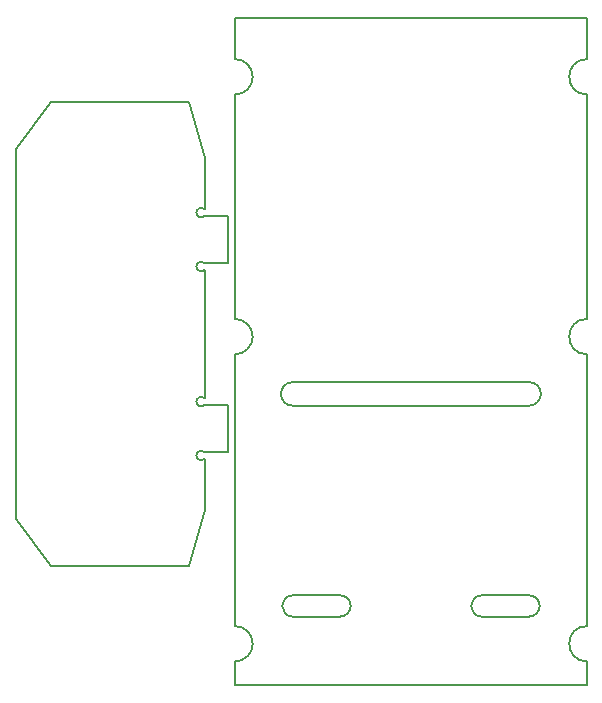
<source format=gm1>
G04 #@! TF.GenerationSoftware,KiCad,Pcbnew,(6.0.0)*
G04 #@! TF.CreationDate,2022-07-15T20:40:48-03:00*
G04 #@! TF.ProjectId,lanterna_bueno,6c616e74-6572-46e6-915f-6275656e6f2e,rev?*
G04 #@! TF.SameCoordinates,Original*
G04 #@! TF.FileFunction,Profile,NP*
%FSLAX46Y46*%
G04 Gerber Fmt 4.6, Leading zero omitted, Abs format (unit mm)*
G04 Created by KiCad (PCBNEW (6.0.0)) date 2022-07-15 20:40:48*
%MOMM*%
%LPD*%
G01*
G04 APERTURE LIST*
G04 #@! TA.AperFunction,Profile*
%ADD10C,0.200000*%
G04 #@! TD*
G04 APERTURE END LIST*
D10*
X160605842Y-118842200D02*
X156605842Y-118842200D01*
X135705842Y-96642200D02*
G75*
G03*
X135705842Y-93642200I10J1500000D01*
G01*
X133125400Y-84361115D02*
X133125400Y-80026800D01*
X120125400Y-114576800D02*
X131795400Y-114576800D01*
X120125400Y-75276800D02*
X117125400Y-79276800D01*
X165505842Y-71642200D02*
G75*
G03*
X165505842Y-74642200I10J-1500000D01*
G01*
X135705842Y-119642200D02*
X135705842Y-96642200D01*
X160605842Y-118842200D02*
G75*
G03*
X160605842Y-117042200I10J900000D01*
G01*
X165505842Y-93642200D02*
G75*
G03*
X165505842Y-96642200I10J-1500000D01*
G01*
X135075400Y-104926800D02*
X135075400Y-100926800D01*
X117125400Y-79276800D02*
X117125400Y-110576800D01*
X135705842Y-74642200D02*
G75*
G03*
X135705842Y-71642200I10J1500000D01*
G01*
X144605842Y-118842200D02*
X140605842Y-118842200D01*
X165505842Y-124642200D02*
X135705842Y-124642200D01*
X156605842Y-117042200D02*
X160605842Y-117042200D01*
X135075400Y-100926800D02*
X133125400Y-100926800D01*
X140605842Y-100992200D02*
X160605842Y-100992200D01*
X144605842Y-118842200D02*
G75*
G03*
X144605842Y-117042200I10J900000D01*
G01*
X133125400Y-104926800D02*
X135075400Y-104926800D01*
X135075400Y-88926800D02*
X135075400Y-84926800D01*
X135705842Y-122642200D02*
G75*
G03*
X135705842Y-119642200I10J1500000D01*
G01*
X135075400Y-84926800D02*
X133125400Y-84926800D01*
X140605842Y-117042200D02*
G75*
G03*
X140605842Y-118842200I10J-900000D01*
G01*
X133125400Y-80026800D02*
X131795400Y-75276800D01*
X135705842Y-93642200D02*
X135705842Y-74642200D01*
X133125400Y-104926800D02*
G75*
G03*
X133125400Y-105492485I-282843J-282843D01*
G01*
X133125400Y-84361115D02*
G75*
G03*
X133125400Y-84926800I-282843J-282842D01*
G01*
X135705842Y-68142200D02*
X165505842Y-68142200D01*
X165505842Y-68142200D02*
X165505842Y-71642200D01*
X133125400Y-100361115D02*
G75*
G03*
X133125400Y-100926800I-282843J-282842D01*
G01*
X165505842Y-122642200D02*
X165505842Y-124642200D01*
X135705842Y-124642200D02*
X135705842Y-122642200D01*
X140605842Y-117042200D02*
X144605842Y-117042200D01*
X165505842Y-96642200D02*
X165505842Y-119642200D01*
X140605842Y-98992200D02*
G75*
G03*
X140605842Y-100992200I10J-1000000D01*
G01*
X156605842Y-117042200D02*
G75*
G03*
X156605842Y-118842200I10J-900000D01*
G01*
X135705842Y-71642200D02*
X135705842Y-68142200D01*
X133125400Y-100361115D02*
X133125400Y-89492485D01*
X160605842Y-100992200D02*
G75*
G03*
X160605842Y-98992200I10J1000000D01*
G01*
X165505842Y-74642200D02*
X165505842Y-93642200D01*
X131795400Y-114576800D02*
X133125400Y-109826800D01*
X165505842Y-119642200D02*
G75*
G03*
X165505842Y-122642200I10J-1500000D01*
G01*
X133125400Y-88926800D02*
X135075400Y-88926800D01*
X133125400Y-88926800D02*
G75*
G03*
X133125400Y-89492485I-282843J-282842D01*
G01*
X160605842Y-98992200D02*
X140605842Y-98992200D01*
X117125400Y-110576800D02*
X120125400Y-114576800D01*
X133125400Y-109826800D02*
X133125400Y-105492485D01*
X131795400Y-75276800D02*
X120125400Y-75276800D01*
M02*

</source>
